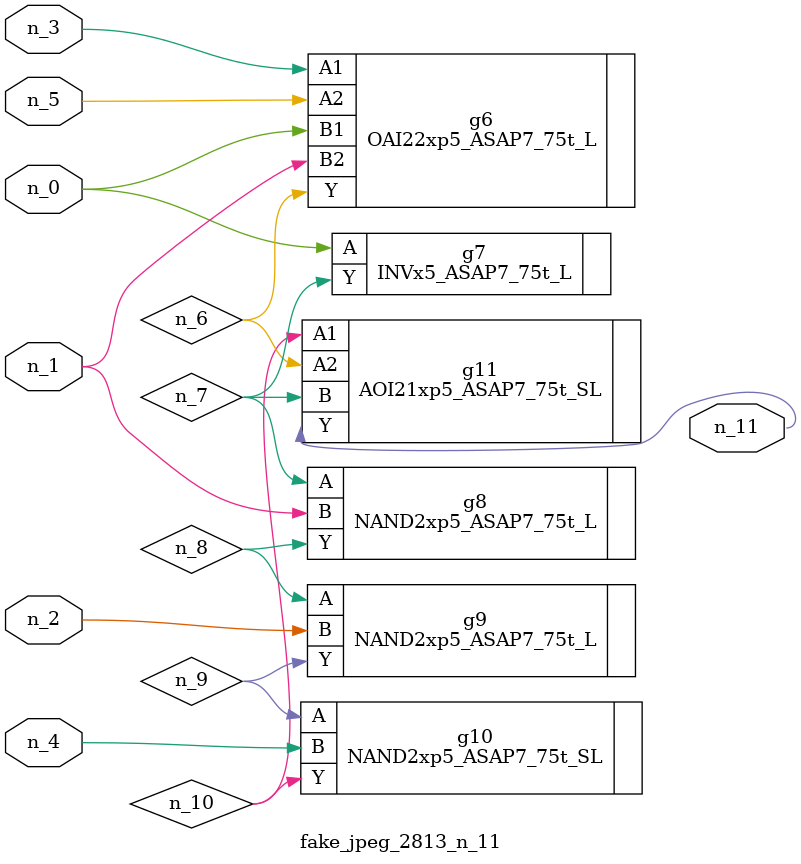
<source format=v>
module fake_jpeg_2813_n_11 (n_3, n_2, n_1, n_0, n_4, n_5, n_11);

input n_3;
input n_2;
input n_1;
input n_0;
input n_4;
input n_5;

output n_11;

wire n_10;
wire n_8;
wire n_9;
wire n_6;
wire n_7;

OAI22xp5_ASAP7_75t_L g6 ( 
.A1(n_3),
.A2(n_5),
.B1(n_0),
.B2(n_1),
.Y(n_6)
);

INVx5_ASAP7_75t_L g7 ( 
.A(n_0),
.Y(n_7)
);

NAND2xp5_ASAP7_75t_L g8 ( 
.A(n_7),
.B(n_1),
.Y(n_8)
);

NAND2xp5_ASAP7_75t_L g9 ( 
.A(n_8),
.B(n_2),
.Y(n_9)
);

NAND2xp5_ASAP7_75t_SL g10 ( 
.A(n_9),
.B(n_4),
.Y(n_10)
);

AOI21xp5_ASAP7_75t_SL g11 ( 
.A1(n_10),
.A2(n_6),
.B(n_7),
.Y(n_11)
);


endmodule
</source>
